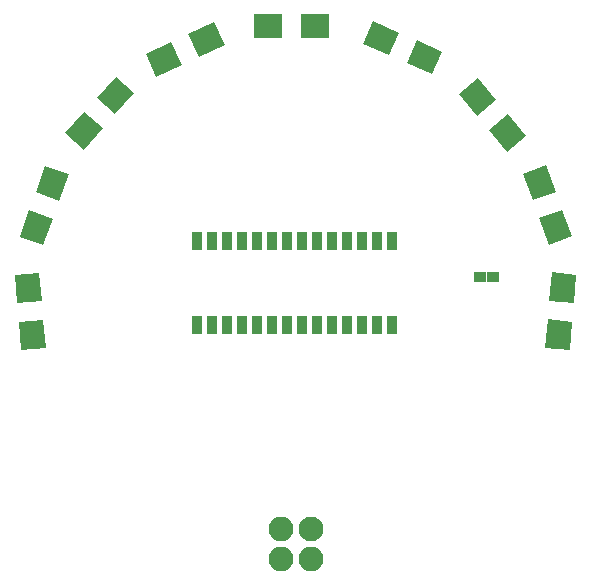
<source format=gbs>
G04 #@! TF.FileFunction,Soldermask,Bot*
%FSLAX46Y46*%
G04 Gerber Fmt 4.6, Leading zero omitted, Abs format (unit mm)*
G04 Created by KiCad (PCBNEW 4.0.7) date 05/31/18 15:48:07*
%MOMM*%
%LPD*%
G01*
G04 APERTURE LIST*
%ADD10C,0.100000*%
%ADD11C,2.100000*%
%ADD12O,2.100000X2.100000*%
%ADD13R,1.000000X0.900000*%
%ADD14R,2.400000X2.100000*%
%ADD15R,0.908000X1.543000*%
G04 APERTURE END LIST*
D10*
D11*
X100406200Y-120421400D03*
D12*
X100406200Y-122961400D03*
X97866200Y-120421400D03*
X97866200Y-122961400D03*
D13*
X115805040Y-99100640D03*
X114705040Y-99100640D03*
D10*
G36*
X111554419Y-80047534D02*
X110700272Y-81965980D01*
X108507763Y-80989812D01*
X109361910Y-79071366D01*
X111554419Y-80047534D01*
X111554419Y-80047534D01*
G37*
G36*
X107900237Y-78420588D02*
X107046090Y-80339034D01*
X104853581Y-79362866D01*
X105707728Y-77444420D01*
X107900237Y-78420588D01*
X107900237Y-78420588D01*
G37*
G36*
X75332298Y-98960891D02*
X77424307Y-98777864D01*
X77633480Y-101168731D01*
X75541471Y-101351758D01*
X75332298Y-98960891D01*
X75332298Y-98960891D01*
G37*
G36*
X75680920Y-102945669D02*
X77772929Y-102762642D01*
X77982102Y-105153509D01*
X75890093Y-105336536D01*
X75680920Y-102945669D01*
X75680920Y-102945669D01*
G37*
G36*
X77933387Y-89699463D02*
X79906741Y-90417705D01*
X79085893Y-92672967D01*
X77112539Y-91954725D01*
X77933387Y-89699463D01*
X77933387Y-89699463D01*
G37*
G36*
X76565307Y-93458233D02*
X78538661Y-94176475D01*
X77717813Y-96431737D01*
X75744459Y-95713495D01*
X76565307Y-93458233D01*
X76565307Y-93458233D01*
G37*
G36*
X83910916Y-82161749D02*
X85471520Y-83566923D01*
X83865606Y-85350471D01*
X82305002Y-83945297D01*
X83910916Y-82161749D01*
X83910916Y-82161749D01*
G37*
G36*
X81234394Y-85134329D02*
X82794998Y-86539503D01*
X81189084Y-88323051D01*
X79628480Y-86917877D01*
X81234394Y-85134329D01*
X81234394Y-85134329D01*
G37*
G36*
X92220036Y-77553598D02*
X93107535Y-79456844D01*
X90932396Y-80471128D01*
X90044897Y-78567882D01*
X92220036Y-77553598D01*
X92220036Y-77553598D01*
G37*
G36*
X88594804Y-79244072D02*
X89482303Y-81147318D01*
X87307164Y-82161602D01*
X86419665Y-80258356D01*
X88594804Y-79244072D01*
X88594804Y-79244072D01*
G37*
D14*
X100755200Y-77876400D03*
X96755200Y-77876400D03*
D10*
G36*
X118634467Y-87171215D02*
X117025773Y-88521069D01*
X115483083Y-86682563D01*
X117091777Y-85332709D01*
X118634467Y-87171215D01*
X118634467Y-87171215D01*
G37*
G36*
X116063317Y-84107037D02*
X114454623Y-85456891D01*
X112911933Y-83618385D01*
X114520627Y-82268531D01*
X116063317Y-84107037D01*
X116063317Y-84107037D01*
G37*
G36*
X122527941Y-95662695D02*
X120554587Y-96380937D01*
X119733739Y-94125675D01*
X121707093Y-93407433D01*
X122527941Y-95662695D01*
X122527941Y-95662695D01*
G37*
G36*
X121159861Y-91903925D02*
X119186507Y-92622167D01*
X118365659Y-90366905D01*
X120339013Y-89648663D01*
X121159861Y-91903925D01*
X121159861Y-91903925D01*
G37*
G36*
X122331507Y-105285736D02*
X120239498Y-105102709D01*
X120448671Y-102711842D01*
X122540680Y-102894869D01*
X122331507Y-105285736D01*
X122331507Y-105285736D01*
G37*
G36*
X122680129Y-101300958D02*
X120588120Y-101117931D01*
X120797293Y-98727064D01*
X122889302Y-98910091D01*
X122680129Y-101300958D01*
X122680129Y-101300958D01*
G37*
D15*
X90766900Y-96024700D03*
X92036900Y-96024700D03*
X93306900Y-96024700D03*
X94576900Y-96024700D03*
X95846900Y-96024700D03*
X97116900Y-96024700D03*
X98386900Y-96024700D03*
X99656900Y-96024700D03*
X100926900Y-96024700D03*
X102196900Y-96024700D03*
X103466900Y-96024700D03*
X104736900Y-96024700D03*
X106006900Y-96024700D03*
X107276900Y-96024700D03*
X107276900Y-103136700D03*
X106006900Y-103136700D03*
X104736900Y-103136700D03*
X103466900Y-103136700D03*
X102196900Y-103136700D03*
X100926900Y-103136700D03*
X99656900Y-103136700D03*
X98386900Y-103136700D03*
X97116900Y-103136700D03*
X95846900Y-103136700D03*
X94576900Y-103136700D03*
X93306900Y-103136700D03*
X92036900Y-103136700D03*
X90766900Y-103136700D03*
M02*

</source>
